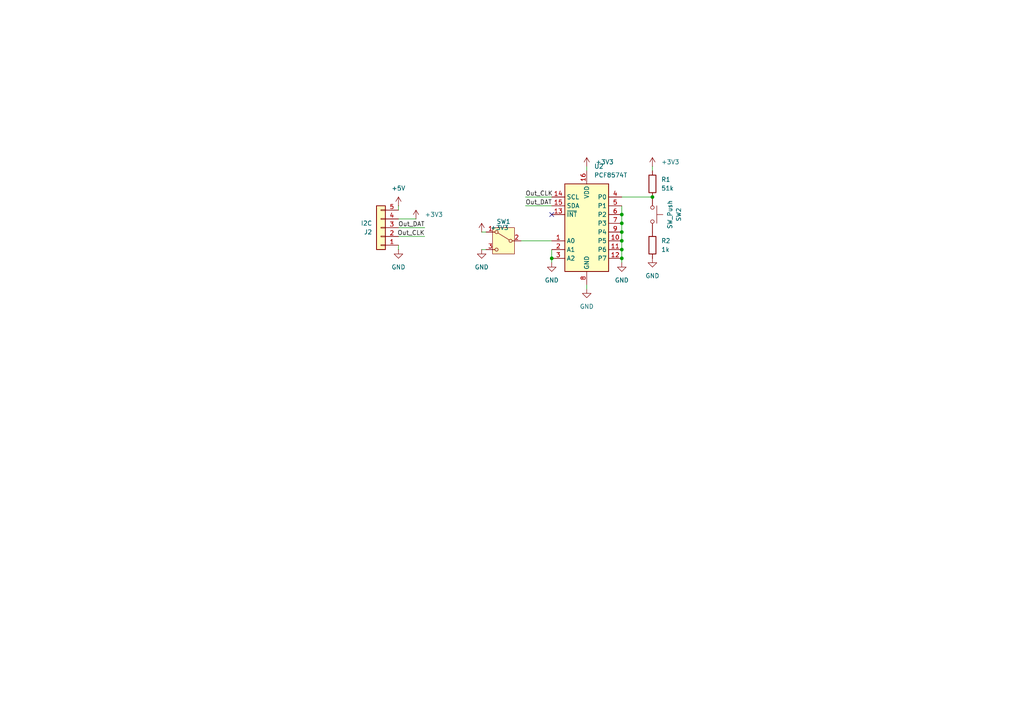
<source format=kicad_sch>
(kicad_sch (version 20250114) (generator "eeschema") (generator_version "9.0")
  (paper "A4")
  (lib_symbols
    (symbol "Connector_Generic:Conn_01x05" (pin_names (offset 1.016) (hide yes))
      (property "Reference" "J" (at 0 7.62 0))
      (property "Value" "Conn_01x05" (at 0 -7.62 0))
      (symbol "Conn_01x05_1_1"
        (rectangle (start -1.27 6.35) (end 1.27 -6.35) (stroke (width 0.254)) (fill (type background)))
        (rectangle (start -1.27 5.207) (end 0 4.953) (stroke (width 0.1524)))
        (rectangle (start -1.27 2.667) (end 0 2.413) (stroke (width 0.1524)))
        (rectangle (start -1.27 0.127) (end 0 -0.127) (stroke (width 0.1524)))
        (rectangle (start -1.27 -2.413) (end 0 -2.667) (stroke (width 0.1524)))
        (rectangle (start -1.27 -4.953) (end 0 -5.207) (stroke (width 0.1524)))
        (pin passive line (at -5.08 5.08 0) (length 3.81) (name "Pin_1") (number "1"))
        (pin passive line (at -5.08 2.54 0) (length 3.81) (name "Pin_2") (number "2"))
        (pin passive line (at -5.08 0 0) (length 3.81) (name "Pin_3") (number "3"))
        (pin passive line (at -5.08 -2.54 0) (length 3.81) (name "Pin_4") (number "4"))
        (pin passive line (at -5.08 -5.08 0) (length 3.81) (name "Pin_5") (number "5"))
      )
    )
    (symbol "Device:R" (pin_numbers (hide yes)) (pin_names (offset 0))
      (property "Reference" "R" (at 2.032 0 90))
      (property "Value" "R" (at 0 0 90))
      (symbol "R_0_1"
        (rectangle (start -1.016 -2.54) (end 1.016 2.54) (stroke (width 0.254)))
      )
      (symbol "R_1_1"
        (pin passive line (at 0 3.81 270) (length 1.27) (name "~") (number "1"))
        (pin passive line (at 0 -3.81 90) (length 1.27) (name "~") (number "2"))
      )
    )
    (symbol "Interface_Expansion:PCF8574T"
      (property "Reference" "U" (at -6.35 12.954 0))
      (property "Value" "PCF8574T" (at 3.048 12.954 0))
      (symbol "PCF8574T_0_1"
        (rectangle (start -6.35 -13.97) (end 6.35 11.43) (stroke (width 0.254)) (fill (type background)))
      )
      (symbol "PCF8574T_1_1"
        (pin input line (at -10.16 7.62 0) (length 3.81) (name "SCL") (number "14"))
        (pin bidirectional line (at -10.16 5.08 0) (length 3.81) (name "SDA") (number "15"))
        (pin open_collector line (at -10.16 2.54 0) (length 3.81) (name "~{INT}") (number "13"))
        (pin input line (at -10.16 -5.08 0) (length 3.81) (name "A0") (number "1"))
        (pin input line (at -10.16 -7.62 0) (length 3.81) (name "A1") (number "2"))
        (pin input line (at -10.16 -10.16 0) (length 3.81) (name "A2") (number "3"))
        (pin power_in line (at 0 15.24 270) (length 3.81) (name "VDD") (number "16"))
        (pin power_in line (at 0 -17.78 90) (length 3.81) (name "GND") (number "8"))
        (pin bidirectional line (at 10.16 7.62 180) (length 3.81) (name "P0") (number "4"))
        (pin bidirectional line (at 10.16 5.08 180) (length 3.81) (name "P1") (number "5"))
        (pin bidirectional line (at 10.16 2.54 180) (length 3.81) (name "P2") (number "6"))
        (pin bidirectional line (at 10.16 0 180) (length 3.81) (name "P3") (number "7"))
        (pin bidirectional line (at 10.16 -2.54 180) (length 3.81) (name "P4") (number "9"))
        (pin bidirectional line (at 10.16 -5.08 180) (length 3.81) (name "P5") (number "10"))
        (pin bidirectional line (at 10.16 -7.62 180) (length 3.81) (name "P6") (number "11"))
        (pin bidirectional line (at 10.16 -10.16 180) (length 3.81) (name "P7") (number "12"))
      )
    )
    (symbol "Switch:SW_Push" (pin_numbers (hide yes)) (pin_names (offset 1.016) (hide yes))
      (property "Reference" "SW" (at 1.27 2.54 0))
      (property "Value" "SW_Push" (at 0 -1.524 0))
      (symbol "SW_Push_0_1"
        (circle (center -2.032 0) (radius 0.508))
        (polyline (pts (xy 0 1.27) (xy 0 3.048)))
        (circle (center 2.032 0) (radius 0.508))
        (polyline (pts (xy 2.54 1.27) (xy -2.54 1.27)))
        (pin passive line (at -5.08 0 0) (length 2.54) (name "1") (number "1"))
        (pin passive line (at 5.08 0 180) (length 2.54) (name "2") (number "2"))
      )
    )
    (symbol "Switch:SW_SPDT" (pin_names (offset 0) (hide yes))
      (property "Reference" "SW" (at 0 5.08 0))
      (property "Value" "SW_SPDT" (at 0 -5.08 0))
      (symbol "SW_SPDT_0_1"
        (circle (center -2.032 0) (radius 0.4572))
        (polyline (pts (xy -1.651 0.254) (xy 1.651 2.286)))
        (circle (center 2.032 2.54) (radius 0.4572))
        (circle (center 2.032 -2.54) (radius 0.4572))
      )
      (symbol "SW_SPDT_1_1"
        (rectangle (start -3.175 3.81) (end 3.175 -3.81) (fill (type background)))
        (pin passive line (at -5.08 0 0) (length 2.54) (name "B") (number "2"))
        (pin passive line (at 5.08 2.54 180) (length 2.54) (name "A") (number "1"))
        (pin passive line (at 5.08 -2.54 180) (length 2.54) (name "C") (number "3"))
      )
    )
    (symbol "power:+3V3" (power) (pin_numbers (hide yes)) (pin_names (offset 0) (hide yes))
      (property "Value" "+3V3" (at 0 3.556 0))
      (symbol "+3V3_0_1"
        (polyline (pts (xy -0.762 1.27) (xy 0 2.54)))
        (polyline (pts (xy 0 2.54) (xy 0.762 1.27)))
        (polyline (pts (xy 0 0) (xy 0 2.54)))
      )
      (symbol "+3V3_1_1"
        (pin power_in line (at 0 0 90) (length 0) (name "~") (number "1"))
      )
    )
    (symbol "power:+5V" (power) (pin_numbers (hide yes)) (pin_names (offset 0) (hide yes))
      (property "Value" "+5V" (at 0 3.556 0))
      (symbol "+5V_0_1"
        (polyline (pts (xy -0.762 1.27) (xy 0 2.54)))
        (polyline (pts (xy 0 2.54) (xy 0.762 1.27)))
        (polyline (pts (xy 0 0) (xy 0 2.54)))
      )
      (symbol "+5V_1_1"
        (pin power_in line (at 0 0 90) (length 0) (name "~") (number "1"))
      )
    )
    (symbol "power:GND" (power) (pin_numbers (hide yes)) (pin_names (offset 0) (hide yes))
      (property "Value" "GND" (at 0 -3.81 0))
      (symbol "GND_0_1"
        (polyline (pts (xy 0 0) (xy 0 -1.27) (xy 1.27 -1.27) (xy 0 -2.54) (xy -1.27 -1.27) (xy 0 -1.27)))
      )
      (symbol "GND_1_1"
        (pin power_in line (at 0 0 270) (length 0) (name "~") (number "1"))
      )
    )
  )
  (junction (at 180.34 62.23))
  (junction (at 180.34 64.77))
  (junction (at 180.34 69.85))
  (junction (at 189.23 57.15))
  (junction (at 160.02 74.93))
  (junction (at 180.34 67.31))
  (junction (at 180.34 74.93))
  (junction (at 180.34 72.39))
  (no_connect (at 160.02 62.23))
  (wire (pts (xy 189.23 57.15) (xy 180.34 57.15)))
  (wire (pts (xy 180.34 72.39) (xy 180.34 74.93)))
  (wire (pts (xy 180.34 59.69) (xy 180.34 62.23)))
  (wire (pts (xy 123.19 66.04) (xy 115.57 66.04)))
  (wire (pts (xy 180.34 64.77) (xy 180.34 67.31)))
  (wire (pts (xy 115.57 59.69) (xy 115.57 60.96)))
  (wire (pts (xy 180.34 67.31) (xy 180.34 69.85)))
  (wire (pts (xy 139.7 72.39) (xy 140.97 72.39)))
  (wire (pts (xy 170.18 83.82) (xy 170.18 82.55)))
  (wire (pts (xy 151.13 69.85) (xy 160.02 69.85)))
  (wire (pts (xy 152.4 59.69) (xy 160.02 59.69)))
  (wire (pts (xy 139.7 67.31) (xy 140.97 67.31)))
  (wire (pts (xy 160.02 74.93) (xy 160.02 76.2)))
  (wire (pts (xy 180.34 69.85) (xy 180.34 72.39)))
  (wire (pts (xy 123.19 68.58) (xy 115.57 68.58)))
  (wire (pts (xy 120.65 63.5) (xy 115.57 63.5)))
  (wire (pts (xy 189.23 48.26) (xy 189.23 49.53)))
  (wire (pts (xy 170.18 48.26) (xy 170.18 49.53)))
  (wire (pts (xy 152.4 57.15) (xy 160.02 57.15)))
  (wire (pts (xy 160.02 72.39) (xy 160.02 74.93)))
  (wire (pts (xy 115.57 72.39) (xy 115.57 71.12)))
  (wire (pts (xy 180.34 74.93) (xy 180.34 76.2)))
  (wire (pts (xy 180.34 62.23) (xy 180.34 64.77)))
  (label "Out_DAT" (at 123.19 66.04 180))
  (label "Out_CLK" (at 123.19 68.58 180))
  (label "Out_CLK" (at 152.4 57.15 0))
  (label "Out_DAT" (at 152.4 59.69 0))
  (symbol (lib_id "Interface_Expansion:PCF8574T") (at 170.18 64.77 0) (unit 1)
    (property "Reference" "U2" (at 172.3233 48.26 0) (effects (justify left)))
    (property "Value" "PCF8574T" (at 172.3233 50.8 0) (effects (justify left)))
    (property "Footprint" "Package_SO:SOIC-16W_7.5x10.3mm_P1.27mm" (effects (hide yes)))
    (property "Datasheet" "http://www.nxp.com/docs/en/data-sheet/PCF8574_PCF8574A.pdf" (effects (hide yes)))
    (property "Description" "8 Bit Port/Expander to I2C Bus, fixed address bits 0b0100, SOIC-16" (effects (hide yes)))
    (property "LCSC" "C7605" (effects (hide yes)))
  )
  (symbol (lib_id "power:GND") (at 139.7 72.39 0) (unit 1)
    (property "Reference" "#PWR07" (effects (hide yes)))
    (property "Value" "GND" (at 139.7 77.47 0))
    (property "Description" "Power symbol creates a global label with name \"GND\" , ground" (effects (hide yes)))
  )
  (symbol (lib_id "power:GND") (at 189.23 74.93 0) (unit 1)
    (property "Reference" "#PWR010" (effects (hide yes)))
    (property "Value" "GND" (at 189.23 80.01 0))
    (property "Description" "Power symbol creates a global label with name \"GND\" , ground" (effects (hide yes)))
  )
  (symbol (lib_id "power:+3V3") (at 120.65 63.5 0) (mirror y) (unit 1)
    (property "Reference" "#PWR02" (effects (hide yes)))
    (property "Value" "+3V3" (at 123.19 62.2299 0) (effects (justify right)))
    (property "Description" "Power symbol creates a global label with name \"+3V3\"" (effects (hide yes)))
  )
  (symbol (lib_id "power:+3V3") (at 139.7 67.31 0) (mirror y) (unit 1)
    (property "Reference" "#PWR08" (effects (hide yes)))
    (property "Value" "+3V3" (at 142.24 66.0399 0) (effects (justify right)))
    (property "Description" "Power symbol creates a global label with name \"+3V3\"" (effects (hide yes)))
  )
  (symbol (lib_id "power:GND") (at 160.02 76.2 0) (unit 1)
    (property "Reference" "#PWR04" (effects (hide yes)))
    (property "Value" "GND" (at 160.02 81.28 0))
    (property "Description" "Power symbol creates a global label with name \"GND\" , ground" (effects (hide yes)))
  )
  (symbol (lib_id "power:GND") (at 115.57 72.39 0) (mirror y) (unit 1)
    (property "Reference" "#PWR06" (effects (hide yes)))
    (property "Value" "GND" (at 115.57 77.47 0))
    (property "Description" "Power symbol creates a global label with name \"GND\" , ground" (effects (hide yes)))
  )
  (symbol (lib_id "Device:R") (at 189.23 53.34 0) (unit 1)
    (property "Reference" "R1" (at 191.77 52.0699 0) (effects (justify left)))
    (property "Value" "51k" (at 191.77 54.6099 0) (effects (justify left)))
    (property "Description" "Resistor" (effects (hide yes)))
  )
  (symbol (lib_id "power:+3V3") (at 189.23 48.26 0) (mirror y) (unit 1)
    (property "Reference" "#PWR011" (effects (hide yes)))
    (property "Value" "+3V3" (at 191.77 46.9899 0) (effects (justify right)))
    (property "Description" "Power symbol creates a global label with name \"+3V3\"" (effects (hide yes)))
  )
  (symbol (lib_id "Switch:SW_SPDT") (at 146.05 69.85 0) (mirror y) (unit 1)
    (property "Reference" "SW1" (at 146.05 64.262 0))
    (property "Value" "SW_SPDT" (effects (hide yes)))
    (property "Footprint" "Button_Switch_SMD:Nidec_Copal_CAS-120A" (effects (hide yes)))
    (property "Description" "Switch, single pole double throw" (effects (hide yes)))
    (property "LCSC" "C5619548" (effects (hide yes)))
  )
  (symbol (lib_id "power:+5V") (at 115.57 59.69 0) (mirror y) (unit 1)
    (property "Reference" "#PWR05" (effects (hide yes)))
    (property "Value" "+5V" (at 115.57 54.61 0))
    (property "Description" "Power symbol creates a global label with name \"+5V\"" (effects (hide yes)))
  )
  (symbol (lib_id "power:+3V3") (at 170.18 48.26 0) (mirror y) (unit 1)
    (property "Reference" "#PWR09" (effects (hide yes)))
    (property "Value" "+3V3" (at 172.72 46.9899 0) (effects (justify right)))
    (property "Description" "Power symbol creates a global label with name \"+3V3\"" (effects (hide yes)))
  )
  (symbol (lib_id "Switch:SW_Push") (at 189.23 62.23 270) (mirror x) (unit 1)
    (property "Reference" "SW2" (at 196.85 62.23 0))
    (property "Value" "SW_Push" (at 194.31 62.23 0))
    (property "Footprint" "Button_Switch_SMD:SW_Push_SPST_NO_Alps_SKRK" (effects (hide yes)))
    (property "Description" "Push button switch, generic, two pins" (effects (hide yes)))
  )
  (symbol (lib_id "power:GND") (at 180.34 76.2 0) (unit 1)
    (property "Reference" "#PWR03" (effects (hide yes)))
    (property "Value" "GND" (at 180.34 81.28 0))
    (property "Description" "Power symbol creates a global label with name \"GND\" , ground" (effects (hide yes)))
  )
  (symbol (lib_id "Device:R") (at 189.23 71.12 0) (unit 1)
    (property "Reference" "R2" (at 191.77 69.8499 0) (effects (justify left)))
    (property "Value" "1k" (at 191.77 72.3899 0) (effects (justify left)))
    (property "Description" "Resistor" (effects (hide yes)))
  )
  (symbol (lib_id "power:GND") (at 170.18 83.82 0) (unit 1)
    (property "Reference" "#PWR01" (effects (hide yes)))
    (property "Value" "GND" (at 170.18 88.9 0))
    (property "Description" "Power symbol creates a global label with name \"GND\" , ground" (effects (hide yes)))
  )
  (symbol (lib_id "Connector_Generic:Conn_01x05") (at 110.49 66.04 180) (unit 1)
    (property "Reference" "J2" (at 107.95 67.3101 0) (effects (justify left)))
    (property "Value" "I2C" (at 107.95 64.7701 0) (effects (justify left)))
    (property "Footprint" "Connector_JST:JST_EH_S5B-EH_1x05_P2.50mm_Horizontal" (effects (hide yes)))
    (property "Description" "Generic connector, single row, 01x05, script generated (kicad-library-utils/schlib/autogen/connector/)" (effects (hide yes)))
    (property "LCSC" "C265103" (effects (hide yes)))
  )
)
</source>
